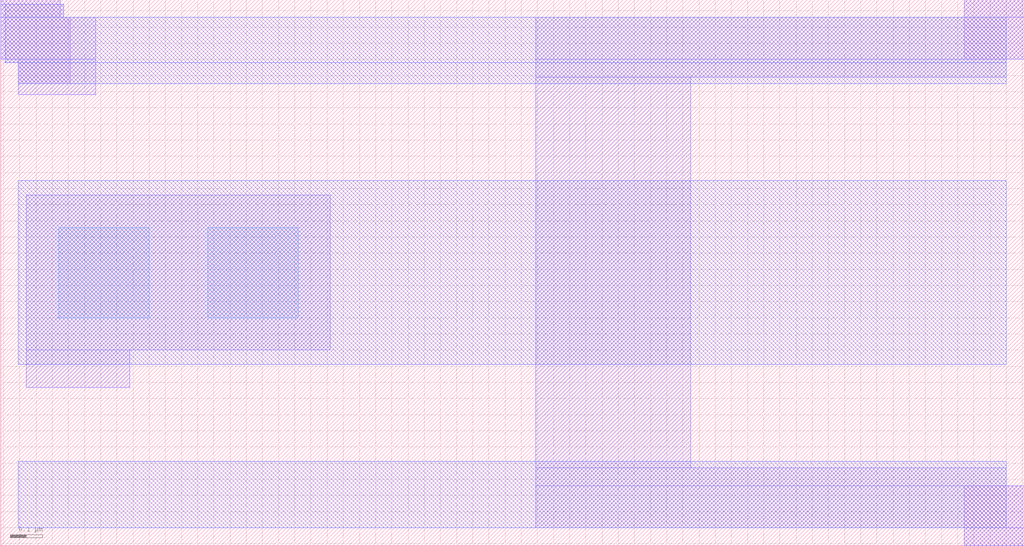
<source format=lef>
# Copyright 2020 The SkyWater PDK Authors
#
# Licensed under the Apache License, Version 2.0 (the "License");
# you may not use this file except in compliance with the License.
# You may obtain a copy of the License at
#
#     https://www.apache.org/licenses/LICENSE-2.0
#
# Unless required by applicable law or agreed to in writing, software
# distributed under the License is distributed on an "AS IS" BASIS,
# WITHOUT WARRANTIES OR CONDITIONS OF ANY KIND, either express or implied.
# See the License for the specific language governing permissions and
# limitations under the License.
#
# SPDX-License-Identifier: Apache-2.0

VERSION 5.7 ;
  NOWIREEXTENSIONATPIN ON ;
  DIVIDERCHAR "/" ;
  BUSBITCHARS "[]" ;
MACRO sky130_fd_bd_sram__sram_dp_swldrv_met23_2a
  CLASS BLOCK ;
  FOREIGN sky130_fd_bd_sram__sram_dp_swldrv_met23_2a ;
  ORIGIN  3.110000  0.055000 ;
  SIZE  3.165000 BY  1.690000 ;
  OBS
    LAYER met1 ;
      RECT -3.110000  1.450000 -2.895000 1.580000 ;
      RECT -3.110000  1.580000 -2.925000 1.635000 ;
      RECT -3.055000  1.375000 -2.895000 1.450000 ;
      RECT -0.130000 -0.055000  0.055000 0.130000 ;
      RECT -0.130000  1.450000  0.055000 1.635000 ;
    LAYER met2 ;
      RECT -3.110000  1.450000 -2.815000 1.580000 ;
      RECT -3.110000  1.580000 -2.915000 1.620000 ;
      RECT -3.110000  1.620000 -2.925000 1.635000 ;
      RECT -3.095000  1.440000 -2.815000 1.450000 ;
      RECT -3.055000  1.340000 -2.815000 1.440000 ;
      RECT -3.030000  0.435000 -2.710000 0.550000 ;
      RECT -3.030000  0.550000 -2.090000 1.030000 ;
      RECT -1.455000  0.000000  0.055000 0.130000 ;
      RECT -1.455000  0.130000  0.000000 0.185000 ;
      RECT -1.455000  0.185000 -0.975000 1.395000 ;
      RECT -1.455000  1.395000  0.000000 1.450000 ;
      RECT -1.455000  1.450000  0.055000 1.580000 ;
      RECT -0.130000 -0.055000  0.055000 0.000000 ;
      RECT -0.130000  1.580000  0.055000 1.635000 ;
    LAYER met3 ;
      RECT -3.095000 1.440000  0.000000 1.580000 ;
      RECT -3.095000 1.580000 -2.915000 1.620000 ;
      RECT -3.055000 0.000000  0.000000 0.205000 ;
      RECT -3.055000 0.505000  0.000000 1.075000 ;
      RECT -3.055000 1.375000  0.000000 1.440000 ;
    LAYER via2 ;
      RECT -2.930000 0.650000 -2.650000 0.930000 ;
      RECT -2.470000 0.650000 -2.190000 0.930000 ;
  END
END sky130_fd_bd_sram__sram_dp_swldrv_met23_2a
END LIBRARY

</source>
